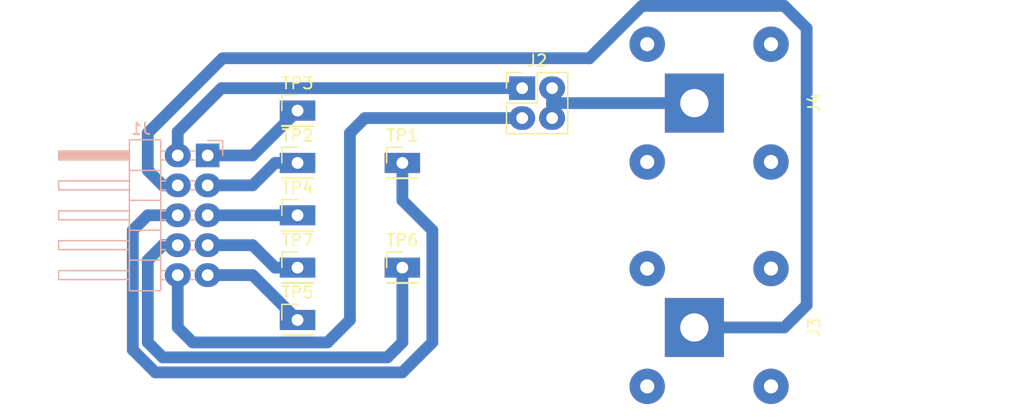
<source format=kicad_pcb>
(kicad_pcb (version 20171130) (host pcbnew "(5.1.8)-1")

  (general
    (thickness 1.6)
    (drawings 0)
    (tracks 52)
    (zones 0)
    (modules 11)
    (nets 12)
  )

  (page A4)
  (layers
    (0 F.Cu signal)
    (31 B.Cu signal)
    (32 B.Adhes user)
    (33 F.Adhes user)
    (34 B.Paste user)
    (35 F.Paste user)
    (36 B.SilkS user)
    (37 F.SilkS user)
    (38 B.Mask user)
    (39 F.Mask user)
    (40 Dwgs.User user)
    (41 Cmts.User user)
    (42 Eco1.User user)
    (43 Eco2.User user)
    (44 Edge.Cuts user)
    (45 Margin user)
    (46 B.CrtYd user)
    (47 F.CrtYd user)
    (48 B.Fab user)
    (49 F.Fab user)
  )

  (setup
    (last_trace_width 0.25)
    (user_trace_width 0.4)
    (user_trace_width 1)
    (user_trace_width 1.25)
    (trace_clearance 0.2)
    (zone_clearance 0.508)
    (zone_45_only no)
    (trace_min 0.2)
    (via_size 0.8)
    (via_drill 0.4)
    (via_min_size 0.4)
    (via_min_drill 0.3)
    (uvia_size 0.3)
    (uvia_drill 0.1)
    (uvias_allowed no)
    (uvia_min_size 0.2)
    (uvia_min_drill 0.1)
    (edge_width 0.05)
    (segment_width 0.2)
    (pcb_text_width 0.3)
    (pcb_text_size 1.5 1.5)
    (mod_edge_width 0.12)
    (mod_text_size 1 1)
    (mod_text_width 0.15)
    (pad_size 1.524 1.524)
    (pad_drill 0.762)
    (pad_to_mask_clearance 0)
    (aux_axis_origin 0 0)
    (grid_origin 200.66 55.88)
    (visible_elements 7FFFFFFF)
    (pcbplotparams
      (layerselection 0x010fc_ffffffff)
      (usegerberextensions false)
      (usegerberattributes true)
      (usegerberadvancedattributes true)
      (creategerberjobfile true)
      (excludeedgelayer true)
      (linewidth 0.100000)
      (plotframeref false)
      (viasonmask false)
      (mode 1)
      (useauxorigin false)
      (hpglpennumber 1)
      (hpglpenspeed 20)
      (hpglpendiameter 15.000000)
      (psnegative false)
      (psa4output false)
      (plotreference true)
      (plotvalue true)
      (plotinvisibletext false)
      (padsonsilk false)
      (subtractmaskfromsilk false)
      (outputformat 1)
      (mirror false)
      (drillshape 1)
      (scaleselection 1)
      (outputdirectory ""))
  )

  (net 0 "")
  (net 1 "Net-(J1-Pad10)")
  (net 2 "Net-(J1-Pad9)")
  (net 3 "Net-(J1-Pad8)")
  (net 4 "Net-(J1-Pad7)")
  (net 5 "Net-(J1-Pad6)")
  (net 6 "Net-(J1-Pad5)")
  (net 7 "Net-(J1-Pad4)")
  (net 8 "Net-(J1-Pad3)")
  (net 9 "Net-(J1-Pad2)")
  (net 10 "Net-(J1-Pad1)")
  (net 11 "Net-(J2-Pad2)")

  (net_class Default "This is the default net class."
    (clearance 0.2)
    (trace_width 0.25)
    (via_dia 0.8)
    (via_drill 0.4)
    (uvia_dia 0.3)
    (uvia_drill 0.1)
    (add_net "Net-(J1-Pad1)")
    (add_net "Net-(J1-Pad10)")
    (add_net "Net-(J1-Pad2)")
    (add_net "Net-(J1-Pad3)")
    (add_net "Net-(J1-Pad4)")
    (add_net "Net-(J1-Pad5)")
    (add_net "Net-(J1-Pad6)")
    (add_net "Net-(J1-Pad7)")
    (add_net "Net-(J1-Pad8)")
    (add_net "Net-(J1-Pad9)")
    (add_net "Net-(J2-Pad2)")
  )

  (module AR_Library:AR_AMASS_4mm_Horizontal (layer F.Cu) (tedit 604E74BD) (tstamp 604EE8C7)
    (at 211.455 53.34 270)
    (descr "Connector XT30 Horizontal PCB Male, https://www.tme.eu/en/Document/ce4077e36b79046da520ca73227e15de/XT30PW%20SPEC.pdf")
    (tags "RC Connector XT30")
    (path /605207C3)
    (fp_text reference J4 (at 0 -10.16 90) (layer F.SilkS)
      (effects (font (size 1 1) (thickness 0.15)))
    )
    (fp_text value Conn_01x01_Female (at 0 7.62 90) (layer F.Fab)
      (effects (font (size 1 1) (thickness 0.15)))
    )
    (fp_text user %R (at -2.5 -3 90) (layer F.Fab)
      (effects (font (size 1 1) (thickness 0.15)))
    )
    (fp_line (start -7.62 -27.94) (end 7.62 -27.94) (layer F.CrtYd) (width 0.05))
    (fp_line (start 7.62 -27.94) (end 7.62 6.35) (layer F.CrtYd) (width 0.05))
    (fp_line (start -7.62 6.35) (end 7.62 6.35) (layer F.CrtYd) (width 0.05))
    (fp_line (start -7.62 -27.94) (end -7.62 6.35) (layer F.CrtYd) (width 0.05))
    (pad "" thru_hole circle (at -5 -6.5 270) (size 3 3) (drill 1.2) (layers *.Cu *.Mask))
    (pad "" thru_hole circle (at 5 -6.5 270) (size 3 3) (drill 1.2) (layers *.Cu *.Mask))
    (pad "" thru_hole circle (at -5 4 270) (size 3 3) (drill 1.2) (layers *.Cu *.Mask))
    (pad 1 thru_hole rect (at 0 0 270) (size 5 5) (drill 2.4) (layers *.Cu *.Mask)
      (net 11 "Net-(J2-Pad2)"))
    (pad "" thru_hole circle (at 5 4 270) (size 3 3) (drill 1.2) (layers *.Cu *.Mask))
    (model ${KISYS3DMOD}/Connector_AMASS.3dshapes/AMASS_XT30PW-M_1x02_P2.50mm_Horizontal.wrl
      (at (xyz 0 0 0))
      (scale (xyz 1 1 1))
      (rotate (xyz 0 0 0))
    )
  )

  (module AR_Library:AR_AMASS_4mm_Horizontal (layer F.Cu) (tedit 604E74BD) (tstamp 604EE8B9)
    (at 211.455 72.39 270)
    (descr "Connector XT30 Horizontal PCB Male, https://www.tme.eu/en/Document/ce4077e36b79046da520ca73227e15de/XT30PW%20SPEC.pdf")
    (tags "RC Connector XT30")
    (path /605200EB)
    (fp_text reference J3 (at 0 -10.16 90) (layer F.SilkS)
      (effects (font (size 1 1) (thickness 0.15)))
    )
    (fp_text value Conn_01x01_Female (at 0 7.62 90) (layer F.Fab)
      (effects (font (size 1 1) (thickness 0.15)))
    )
    (fp_text user %R (at -2.5 -3 90) (layer F.Fab)
      (effects (font (size 1 1) (thickness 0.15)))
    )
    (fp_line (start -7.62 -27.94) (end 7.62 -27.94) (layer F.CrtYd) (width 0.05))
    (fp_line (start 7.62 -27.94) (end 7.62 6.35) (layer F.CrtYd) (width 0.05))
    (fp_line (start -7.62 6.35) (end 7.62 6.35) (layer F.CrtYd) (width 0.05))
    (fp_line (start -7.62 -27.94) (end -7.62 6.35) (layer F.CrtYd) (width 0.05))
    (pad "" thru_hole circle (at -5 -6.5 270) (size 3 3) (drill 1.2) (layers *.Cu *.Mask))
    (pad "" thru_hole circle (at 5 -6.5 270) (size 3 3) (drill 1.2) (layers *.Cu *.Mask))
    (pad "" thru_hole circle (at -5 4 270) (size 3 3) (drill 1.2) (layers *.Cu *.Mask))
    (pad 1 thru_hole rect (at 0 0 270) (size 5 5) (drill 2.4) (layers *.Cu *.Mask)
      (net 7 "Net-(J1-Pad4)"))
    (pad "" thru_hole circle (at 5 4 270) (size 3 3) (drill 1.2) (layers *.Cu *.Mask))
    (model ${KISYS3DMOD}/Connector_AMASS.3dshapes/AMASS_XT30PW-M_1x02_P2.50mm_Horizontal.wrl
      (at (xyz 0 0 0))
      (scale (xyz 1 1 1))
      (rotate (xyz 0 0 0))
    )
  )

  (module AR_Library:AR_PinHeader_1x01_P2.54mm_Vertical (layer F.Cu) (tedit 60192AC7) (tstamp 604F1C4D)
    (at 177.8 67.31)
    (descr "Through hole straight pin header, 1x01, 2.54mm pitch, single row")
    (tags "Through hole pin header THT 1x01 2.54mm single row")
    (path /606BD209)
    (fp_text reference TP7 (at 0 -2.33) (layer F.SilkS)
      (effects (font (size 1 1) (thickness 0.15)))
    )
    (fp_text value TestPoint (at 0 2.33) (layer F.Fab)
      (effects (font (size 1 1) (thickness 0.15)))
    )
    (fp_line (start -0.635 -1.27) (end 1.27 -1.27) (layer F.Fab) (width 0.1))
    (fp_line (start 1.27 -1.27) (end 1.27 1.27) (layer F.Fab) (width 0.1))
    (fp_line (start 1.27 1.27) (end -1.27 1.27) (layer F.Fab) (width 0.1))
    (fp_line (start -1.27 1.27) (end -1.27 -0.635) (layer F.Fab) (width 0.1))
    (fp_line (start -1.27 -0.635) (end -0.635 -1.27) (layer F.Fab) (width 0.1))
    (fp_line (start -1.33 1.33) (end 1.33 1.33) (layer F.SilkS) (width 0.12))
    (fp_line (start -1.33 1.27) (end -1.33 1.33) (layer F.SilkS) (width 0.12))
    (fp_line (start 1.33 1.27) (end 1.33 1.33) (layer F.SilkS) (width 0.12))
    (fp_line (start -1.33 1.27) (end 1.33 1.27) (layer F.SilkS) (width 0.12))
    (fp_line (start -1.33 0) (end -1.33 -1.33) (layer F.SilkS) (width 0.12))
    (fp_line (start -1.33 -1.33) (end 0 -1.33) (layer F.SilkS) (width 0.12))
    (fp_line (start -1.8 -1.8) (end -1.8 1.8) (layer F.CrtYd) (width 0.05))
    (fp_line (start -1.8 1.8) (end 1.8 1.8) (layer F.CrtYd) (width 0.05))
    (fp_line (start 1.8 1.8) (end 1.8 -1.8) (layer F.CrtYd) (width 0.05))
    (fp_line (start 1.8 -1.8) (end -1.8 -1.8) (layer F.CrtYd) (width 0.05))
    (fp_text user %R (at 0 0 90) (layer F.Fab)
      (effects (font (size 1 1) (thickness 0.15)))
    )
    (pad 1 thru_hole rect (at 0 0) (size 3 1.7) (drill 1) (layers *.Cu *.Mask)
      (net 4 "Net-(J1-Pad7)"))
    (model ${KISYS3DMOD}/Connector_PinHeader_2.54mm.3dshapes/PinHeader_1x01_P2.54mm_Vertical.wrl
      (at (xyz 0 0 0))
      (scale (xyz 1 1 1))
      (rotate (xyz 0 0 0))
    )
  )

  (module AR_Library:AR_PinHeader_1x01_P2.54mm_Vertical (layer F.Cu) (tedit 60192AC7) (tstamp 604F1C38)
    (at 186.69 67.31)
    (descr "Through hole straight pin header, 1x01, 2.54mm pitch, single row")
    (tags "Through hole pin header THT 1x01 2.54mm single row")
    (path /606BCF6D)
    (fp_text reference TP6 (at 0 -2.33) (layer F.SilkS)
      (effects (font (size 1 1) (thickness 0.15)))
    )
    (fp_text value TestPoint (at 0 2.33) (layer F.Fab)
      (effects (font (size 1 1) (thickness 0.15)))
    )
    (fp_line (start -0.635 -1.27) (end 1.27 -1.27) (layer F.Fab) (width 0.1))
    (fp_line (start 1.27 -1.27) (end 1.27 1.27) (layer F.Fab) (width 0.1))
    (fp_line (start 1.27 1.27) (end -1.27 1.27) (layer F.Fab) (width 0.1))
    (fp_line (start -1.27 1.27) (end -1.27 -0.635) (layer F.Fab) (width 0.1))
    (fp_line (start -1.27 -0.635) (end -0.635 -1.27) (layer F.Fab) (width 0.1))
    (fp_line (start -1.33 1.33) (end 1.33 1.33) (layer F.SilkS) (width 0.12))
    (fp_line (start -1.33 1.27) (end -1.33 1.33) (layer F.SilkS) (width 0.12))
    (fp_line (start 1.33 1.27) (end 1.33 1.33) (layer F.SilkS) (width 0.12))
    (fp_line (start -1.33 1.27) (end 1.33 1.27) (layer F.SilkS) (width 0.12))
    (fp_line (start -1.33 0) (end -1.33 -1.33) (layer F.SilkS) (width 0.12))
    (fp_line (start -1.33 -1.33) (end 0 -1.33) (layer F.SilkS) (width 0.12))
    (fp_line (start -1.8 -1.8) (end -1.8 1.8) (layer F.CrtYd) (width 0.05))
    (fp_line (start -1.8 1.8) (end 1.8 1.8) (layer F.CrtYd) (width 0.05))
    (fp_line (start 1.8 1.8) (end 1.8 -1.8) (layer F.CrtYd) (width 0.05))
    (fp_line (start 1.8 -1.8) (end -1.8 -1.8) (layer F.CrtYd) (width 0.05))
    (fp_text user %R (at 0 0 90) (layer F.Fab)
      (effects (font (size 1 1) (thickness 0.15)))
    )
    (pad 1 thru_hole rect (at 0 0) (size 3 1.7) (drill 1) (layers *.Cu *.Mask)
      (net 3 "Net-(J1-Pad8)"))
    (model ${KISYS3DMOD}/Connector_PinHeader_2.54mm.3dshapes/PinHeader_1x01_P2.54mm_Vertical.wrl
      (at (xyz 0 0 0))
      (scale (xyz 1 1 1))
      (rotate (xyz 0 0 0))
    )
  )

  (module AR_Library:AR_PinHeader_1x01_P2.54mm_Vertical (layer F.Cu) (tedit 60192AC7) (tstamp 604F1C23)
    (at 177.8 71.755)
    (descr "Through hole straight pin header, 1x01, 2.54mm pitch, single row")
    (tags "Through hole pin header THT 1x01 2.54mm single row")
    (path /606BBCA6)
    (fp_text reference TP5 (at 0 -2.33) (layer F.SilkS)
      (effects (font (size 1 1) (thickness 0.15)))
    )
    (fp_text value TestPoint (at 0 2.33) (layer F.Fab)
      (effects (font (size 1 1) (thickness 0.15)))
    )
    (fp_line (start -0.635 -1.27) (end 1.27 -1.27) (layer F.Fab) (width 0.1))
    (fp_line (start 1.27 -1.27) (end 1.27 1.27) (layer F.Fab) (width 0.1))
    (fp_line (start 1.27 1.27) (end -1.27 1.27) (layer F.Fab) (width 0.1))
    (fp_line (start -1.27 1.27) (end -1.27 -0.635) (layer F.Fab) (width 0.1))
    (fp_line (start -1.27 -0.635) (end -0.635 -1.27) (layer F.Fab) (width 0.1))
    (fp_line (start -1.33 1.33) (end 1.33 1.33) (layer F.SilkS) (width 0.12))
    (fp_line (start -1.33 1.27) (end -1.33 1.33) (layer F.SilkS) (width 0.12))
    (fp_line (start 1.33 1.27) (end 1.33 1.33) (layer F.SilkS) (width 0.12))
    (fp_line (start -1.33 1.27) (end 1.33 1.27) (layer F.SilkS) (width 0.12))
    (fp_line (start -1.33 0) (end -1.33 -1.33) (layer F.SilkS) (width 0.12))
    (fp_line (start -1.33 -1.33) (end 0 -1.33) (layer F.SilkS) (width 0.12))
    (fp_line (start -1.8 -1.8) (end -1.8 1.8) (layer F.CrtYd) (width 0.05))
    (fp_line (start -1.8 1.8) (end 1.8 1.8) (layer F.CrtYd) (width 0.05))
    (fp_line (start 1.8 1.8) (end 1.8 -1.8) (layer F.CrtYd) (width 0.05))
    (fp_line (start 1.8 -1.8) (end -1.8 -1.8) (layer F.CrtYd) (width 0.05))
    (fp_text user %R (at 0 0 90) (layer F.Fab)
      (effects (font (size 1 1) (thickness 0.15)))
    )
    (pad 1 thru_hole rect (at 0 0) (size 3 1.7) (drill 1) (layers *.Cu *.Mask)
      (net 2 "Net-(J1-Pad9)"))
    (model ${KISYS3DMOD}/Connector_PinHeader_2.54mm.3dshapes/PinHeader_1x01_P2.54mm_Vertical.wrl
      (at (xyz 0 0 0))
      (scale (xyz 1 1 1))
      (rotate (xyz 0 0 0))
    )
  )

  (module AR_Library:AR_PinHeader_1x01_P2.54mm_Vertical (layer F.Cu) (tedit 60192AC7) (tstamp 604F1C0E)
    (at 177.8 62.865)
    (descr "Through hole straight pin header, 1x01, 2.54mm pitch, single row")
    (tags "Through hole pin header THT 1x01 2.54mm single row")
    (path /606BD50E)
    (fp_text reference TP4 (at 0 -2.33) (layer F.SilkS)
      (effects (font (size 1 1) (thickness 0.15)))
    )
    (fp_text value TestPoint (at 0 2.33) (layer F.Fab)
      (effects (font (size 1 1) (thickness 0.15)))
    )
    (fp_line (start -0.635 -1.27) (end 1.27 -1.27) (layer F.Fab) (width 0.1))
    (fp_line (start 1.27 -1.27) (end 1.27 1.27) (layer F.Fab) (width 0.1))
    (fp_line (start 1.27 1.27) (end -1.27 1.27) (layer F.Fab) (width 0.1))
    (fp_line (start -1.27 1.27) (end -1.27 -0.635) (layer F.Fab) (width 0.1))
    (fp_line (start -1.27 -0.635) (end -0.635 -1.27) (layer F.Fab) (width 0.1))
    (fp_line (start -1.33 1.33) (end 1.33 1.33) (layer F.SilkS) (width 0.12))
    (fp_line (start -1.33 1.27) (end -1.33 1.33) (layer F.SilkS) (width 0.12))
    (fp_line (start 1.33 1.27) (end 1.33 1.33) (layer F.SilkS) (width 0.12))
    (fp_line (start -1.33 1.27) (end 1.33 1.27) (layer F.SilkS) (width 0.12))
    (fp_line (start -1.33 0) (end -1.33 -1.33) (layer F.SilkS) (width 0.12))
    (fp_line (start -1.33 -1.33) (end 0 -1.33) (layer F.SilkS) (width 0.12))
    (fp_line (start -1.8 -1.8) (end -1.8 1.8) (layer F.CrtYd) (width 0.05))
    (fp_line (start -1.8 1.8) (end 1.8 1.8) (layer F.CrtYd) (width 0.05))
    (fp_line (start 1.8 1.8) (end 1.8 -1.8) (layer F.CrtYd) (width 0.05))
    (fp_line (start 1.8 -1.8) (end -1.8 -1.8) (layer F.CrtYd) (width 0.05))
    (fp_text user %R (at 0 0 90) (layer F.Fab)
      (effects (font (size 1 1) (thickness 0.15)))
    )
    (pad 1 thru_hole rect (at 0 0) (size 3 1.7) (drill 1) (layers *.Cu *.Mask)
      (net 6 "Net-(J1-Pad5)"))
    (model ${KISYS3DMOD}/Connector_PinHeader_2.54mm.3dshapes/PinHeader_1x01_P2.54mm_Vertical.wrl
      (at (xyz 0 0 0))
      (scale (xyz 1 1 1))
      (rotate (xyz 0 0 0))
    )
  )

  (module AR_Library:AR_PinHeader_1x01_P2.54mm_Vertical (layer F.Cu) (tedit 60192AC7) (tstamp 604F1BF9)
    (at 177.8 53.975)
    (descr "Through hole straight pin header, 1x01, 2.54mm pitch, single row")
    (tags "Through hole pin header THT 1x01 2.54mm single row")
    (path /606BD7FA)
    (fp_text reference TP3 (at 0 -2.33) (layer F.SilkS)
      (effects (font (size 1 1) (thickness 0.15)))
    )
    (fp_text value TestPoint (at 0 2.33) (layer F.Fab)
      (effects (font (size 1 1) (thickness 0.15)))
    )
    (fp_line (start -0.635 -1.27) (end 1.27 -1.27) (layer F.Fab) (width 0.1))
    (fp_line (start 1.27 -1.27) (end 1.27 1.27) (layer F.Fab) (width 0.1))
    (fp_line (start 1.27 1.27) (end -1.27 1.27) (layer F.Fab) (width 0.1))
    (fp_line (start -1.27 1.27) (end -1.27 -0.635) (layer F.Fab) (width 0.1))
    (fp_line (start -1.27 -0.635) (end -0.635 -1.27) (layer F.Fab) (width 0.1))
    (fp_line (start -1.33 1.33) (end 1.33 1.33) (layer F.SilkS) (width 0.12))
    (fp_line (start -1.33 1.27) (end -1.33 1.33) (layer F.SilkS) (width 0.12))
    (fp_line (start 1.33 1.27) (end 1.33 1.33) (layer F.SilkS) (width 0.12))
    (fp_line (start -1.33 1.27) (end 1.33 1.27) (layer F.SilkS) (width 0.12))
    (fp_line (start -1.33 0) (end -1.33 -1.33) (layer F.SilkS) (width 0.12))
    (fp_line (start -1.33 -1.33) (end 0 -1.33) (layer F.SilkS) (width 0.12))
    (fp_line (start -1.8 -1.8) (end -1.8 1.8) (layer F.CrtYd) (width 0.05))
    (fp_line (start -1.8 1.8) (end 1.8 1.8) (layer F.CrtYd) (width 0.05))
    (fp_line (start 1.8 1.8) (end 1.8 -1.8) (layer F.CrtYd) (width 0.05))
    (fp_line (start 1.8 -1.8) (end -1.8 -1.8) (layer F.CrtYd) (width 0.05))
    (fp_text user %R (at 0 0 90) (layer F.Fab)
      (effects (font (size 1 1) (thickness 0.15)))
    )
    (pad 1 thru_hole rect (at 0 0) (size 3 1.7) (drill 1) (layers *.Cu *.Mask)
      (net 10 "Net-(J1-Pad1)"))
    (model ${KISYS3DMOD}/Connector_PinHeader_2.54mm.3dshapes/PinHeader_1x01_P2.54mm_Vertical.wrl
      (at (xyz 0 0 0))
      (scale (xyz 1 1 1))
      (rotate (xyz 0 0 0))
    )
  )

  (module AR_Library:AR_PinHeader_1x01_P2.54mm_Vertical (layer F.Cu) (tedit 60192AC7) (tstamp 604F1BE4)
    (at 177.8 58.42)
    (descr "Through hole straight pin header, 1x01, 2.54mm pitch, single row")
    (tags "Through hole pin header THT 1x01 2.54mm single row")
    (path /606BD9A1)
    (fp_text reference TP2 (at 0 -2.33) (layer F.SilkS)
      (effects (font (size 1 1) (thickness 0.15)))
    )
    (fp_text value TestPoint (at 0 2.33) (layer F.Fab)
      (effects (font (size 1 1) (thickness 0.15)))
    )
    (fp_line (start -0.635 -1.27) (end 1.27 -1.27) (layer F.Fab) (width 0.1))
    (fp_line (start 1.27 -1.27) (end 1.27 1.27) (layer F.Fab) (width 0.1))
    (fp_line (start 1.27 1.27) (end -1.27 1.27) (layer F.Fab) (width 0.1))
    (fp_line (start -1.27 1.27) (end -1.27 -0.635) (layer F.Fab) (width 0.1))
    (fp_line (start -1.27 -0.635) (end -0.635 -1.27) (layer F.Fab) (width 0.1))
    (fp_line (start -1.33 1.33) (end 1.33 1.33) (layer F.SilkS) (width 0.12))
    (fp_line (start -1.33 1.27) (end -1.33 1.33) (layer F.SilkS) (width 0.12))
    (fp_line (start 1.33 1.27) (end 1.33 1.33) (layer F.SilkS) (width 0.12))
    (fp_line (start -1.33 1.27) (end 1.33 1.27) (layer F.SilkS) (width 0.12))
    (fp_line (start -1.33 0) (end -1.33 -1.33) (layer F.SilkS) (width 0.12))
    (fp_line (start -1.33 -1.33) (end 0 -1.33) (layer F.SilkS) (width 0.12))
    (fp_line (start -1.8 -1.8) (end -1.8 1.8) (layer F.CrtYd) (width 0.05))
    (fp_line (start -1.8 1.8) (end 1.8 1.8) (layer F.CrtYd) (width 0.05))
    (fp_line (start 1.8 1.8) (end 1.8 -1.8) (layer F.CrtYd) (width 0.05))
    (fp_line (start 1.8 -1.8) (end -1.8 -1.8) (layer F.CrtYd) (width 0.05))
    (fp_text user %R (at 0 0 90) (layer F.Fab)
      (effects (font (size 1 1) (thickness 0.15)))
    )
    (pad 1 thru_hole rect (at 0 0) (size 3 1.7) (drill 1) (layers *.Cu *.Mask)
      (net 8 "Net-(J1-Pad3)"))
    (model ${KISYS3DMOD}/Connector_PinHeader_2.54mm.3dshapes/PinHeader_1x01_P2.54mm_Vertical.wrl
      (at (xyz 0 0 0))
      (scale (xyz 1 1 1))
      (rotate (xyz 0 0 0))
    )
  )

  (module AR_Library:AR_PinHeader_1x01_P2.54mm_Vertical (layer F.Cu) (tedit 60192AC7) (tstamp 604F1BCF)
    (at 186.69 58.42)
    (descr "Through hole straight pin header, 1x01, 2.54mm pitch, single row")
    (tags "Through hole pin header THT 1x01 2.54mm single row")
    (path /606BDBEA)
    (fp_text reference TP1 (at 0 -2.33) (layer F.SilkS)
      (effects (font (size 1 1) (thickness 0.15)))
    )
    (fp_text value TestPoint (at 0 2.33) (layer F.Fab)
      (effects (font (size 1 1) (thickness 0.15)))
    )
    (fp_line (start -0.635 -1.27) (end 1.27 -1.27) (layer F.Fab) (width 0.1))
    (fp_line (start 1.27 -1.27) (end 1.27 1.27) (layer F.Fab) (width 0.1))
    (fp_line (start 1.27 1.27) (end -1.27 1.27) (layer F.Fab) (width 0.1))
    (fp_line (start -1.27 1.27) (end -1.27 -0.635) (layer F.Fab) (width 0.1))
    (fp_line (start -1.27 -0.635) (end -0.635 -1.27) (layer F.Fab) (width 0.1))
    (fp_line (start -1.33 1.33) (end 1.33 1.33) (layer F.SilkS) (width 0.12))
    (fp_line (start -1.33 1.27) (end -1.33 1.33) (layer F.SilkS) (width 0.12))
    (fp_line (start 1.33 1.27) (end 1.33 1.33) (layer F.SilkS) (width 0.12))
    (fp_line (start -1.33 1.27) (end 1.33 1.27) (layer F.SilkS) (width 0.12))
    (fp_line (start -1.33 0) (end -1.33 -1.33) (layer F.SilkS) (width 0.12))
    (fp_line (start -1.33 -1.33) (end 0 -1.33) (layer F.SilkS) (width 0.12))
    (fp_line (start -1.8 -1.8) (end -1.8 1.8) (layer F.CrtYd) (width 0.05))
    (fp_line (start -1.8 1.8) (end 1.8 1.8) (layer F.CrtYd) (width 0.05))
    (fp_line (start 1.8 1.8) (end 1.8 -1.8) (layer F.CrtYd) (width 0.05))
    (fp_line (start 1.8 -1.8) (end -1.8 -1.8) (layer F.CrtYd) (width 0.05))
    (fp_text user %R (at -2.54 -2.12 90) (layer F.Fab)
      (effects (font (size 1 1) (thickness 0.15)))
    )
    (pad 1 thru_hole rect (at 0 0) (size 3 1.7) (drill 1) (layers *.Cu *.Mask)
      (net 5 "Net-(J1-Pad6)"))
    (model ${KISYS3DMOD}/Connector_PinHeader_2.54mm.3dshapes/PinHeader_1x01_P2.54mm_Vertical.wrl
      (at (xyz 0 0 0))
      (scale (xyz 1 1 1))
      (rotate (xyz 0 0 0))
    )
  )

  (module AR_Library:AR_PinHeader_2x02_P2.54mm_Vertical (layer F.Cu) (tedit 604E487D) (tstamp 604F1BA0)
    (at 196.85 52.07)
    (descr "Through hole straight pin header, 2x02, 2.54mm pitch, double rows")
    (tags "Through hole pin header THT 2x02 2.54mm double row")
    (path /606BA561)
    (fp_text reference J2 (at 1.27 -2.33) (layer F.SilkS)
      (effects (font (size 1 1) (thickness 0.15)))
    )
    (fp_text value Conn_02x02_Odd_Even (at 1.27 4.87) (layer F.Fab)
      (effects (font (size 1 1) (thickness 0.15)))
    )
    (fp_line (start 0 -1.27) (end 3.81 -1.27) (layer F.Fab) (width 0.1))
    (fp_line (start 3.81 -1.27) (end 3.81 3.81) (layer F.Fab) (width 0.1))
    (fp_line (start 3.81 3.81) (end -1.27 3.81) (layer F.Fab) (width 0.1))
    (fp_line (start -1.27 3.81) (end -1.27 0) (layer F.Fab) (width 0.1))
    (fp_line (start -1.27 0) (end 0 -1.27) (layer F.Fab) (width 0.1))
    (fp_line (start -1.33 3.87) (end 3.87 3.87) (layer F.SilkS) (width 0.12))
    (fp_line (start -1.33 1.27) (end -1.33 3.87) (layer F.SilkS) (width 0.12))
    (fp_line (start 3.87 -1.33) (end 3.87 3.87) (layer F.SilkS) (width 0.12))
    (fp_line (start -1.33 1.27) (end 1.27 1.27) (layer F.SilkS) (width 0.12))
    (fp_line (start 1.27 1.27) (end 1.27 -1.33) (layer F.SilkS) (width 0.12))
    (fp_line (start 1.27 -1.33) (end 3.87 -1.33) (layer F.SilkS) (width 0.12))
    (fp_line (start -1.33 0) (end -1.33 -1.33) (layer F.SilkS) (width 0.12))
    (fp_line (start -1.33 -1.33) (end 0 -1.33) (layer F.SilkS) (width 0.12))
    (fp_line (start -1.8 -1.8) (end -1.8 4.35) (layer F.CrtYd) (width 0.05))
    (fp_line (start -1.8 4.35) (end 4.35 4.35) (layer F.CrtYd) (width 0.05))
    (fp_line (start 4.35 4.35) (end 4.35 -1.8) (layer F.CrtYd) (width 0.05))
    (fp_line (start 4.35 -1.8) (end -1.8 -1.8) (layer F.CrtYd) (width 0.05))
    (fp_text user %R (at 1.27 1.27 90) (layer F.Fab)
      (effects (font (size 1 1) (thickness 0.15)))
    )
    (pad 4 thru_hole oval (at 2.54 2.54) (size 2.2 2) (drill 1) (layers *.Cu *.Mask)
      (net 11 "Net-(J2-Pad2)"))
    (pad 3 thru_hole oval (at 0 2.54) (size 2.2 2) (drill 1) (layers *.Cu *.Mask)
      (net 1 "Net-(J1-Pad10)"))
    (pad 2 thru_hole oval (at 2.54 0) (size 2.2 2) (drill 1) (layers *.Cu *.Mask)
      (net 11 "Net-(J2-Pad2)"))
    (pad 1 thru_hole rect (at 0 0) (size 2.2 2) (drill 1) (layers *.Cu *.Mask)
      (net 9 "Net-(J1-Pad2)"))
    (model ${KISYS3DMOD}/Connector_PinHeader_2.54mm.3dshapes/PinHeader_2x02_P2.54mm_Vertical.wrl
      (at (xyz 0 0 0))
      (scale (xyz 1 1 1))
      (rotate (xyz 0 0 0))
    )
  )

  (module AR_Library:AR_PinHeader_2x05_P2.54mm_Horizontal (layer B.Cu) (tedit 604E2281) (tstamp 604EA4C1)
    (at 170.18 57.785 180)
    (descr "Through hole angled pin header, 2x05, 2.54mm pitch, 6mm pin length, double rows")
    (tags "Through hole angled pin header THT 2x05 2.54mm double row")
    (path /604E2220)
    (fp_text reference J1 (at 5.655 2.27) (layer B.SilkS)
      (effects (font (size 1 1) (thickness 0.15)) (justify mirror))
    )
    (fp_text value Conn_02x05_Counter_Clockwise (at 5.655 -12.43) (layer B.Fab)
      (effects (font (size 1 1) (thickness 0.15)) (justify mirror))
    )
    (fp_line (start 4.675 1.27) (end 6.58 1.27) (layer B.Fab) (width 0.1))
    (fp_line (start 6.58 1.27) (end 6.58 -11.43) (layer B.Fab) (width 0.1))
    (fp_line (start 6.58 -11.43) (end 4.04 -11.43) (layer B.Fab) (width 0.1))
    (fp_line (start 4.04 -11.43) (end 4.04 0.635) (layer B.Fab) (width 0.1))
    (fp_line (start 4.04 0.635) (end 4.675 1.27) (layer B.Fab) (width 0.1))
    (fp_line (start -0.32 0.32) (end 4.04 0.32) (layer B.Fab) (width 0.1))
    (fp_line (start -0.32 0.32) (end -0.32 -0.32) (layer B.Fab) (width 0.1))
    (fp_line (start -0.32 -0.32) (end 4.04 -0.32) (layer B.Fab) (width 0.1))
    (fp_line (start 6.58 0.32) (end 12.58 0.32) (layer B.Fab) (width 0.1))
    (fp_line (start 12.58 0.32) (end 12.58 -0.32) (layer B.Fab) (width 0.1))
    (fp_line (start 6.58 -0.32) (end 12.58 -0.32) (layer B.Fab) (width 0.1))
    (fp_line (start -0.32 -2.22) (end 4.04 -2.22) (layer B.Fab) (width 0.1))
    (fp_line (start -0.32 -2.22) (end -0.32 -2.86) (layer B.Fab) (width 0.1))
    (fp_line (start -0.32 -2.86) (end 4.04 -2.86) (layer B.Fab) (width 0.1))
    (fp_line (start 6.58 -2.22) (end 12.58 -2.22) (layer B.Fab) (width 0.1))
    (fp_line (start 12.58 -2.22) (end 12.58 -2.86) (layer B.Fab) (width 0.1))
    (fp_line (start 6.58 -2.86) (end 12.58 -2.86) (layer B.Fab) (width 0.1))
    (fp_line (start -0.32 -4.76) (end 4.04 -4.76) (layer B.Fab) (width 0.1))
    (fp_line (start -0.32 -4.76) (end -0.32 -5.4) (layer B.Fab) (width 0.1))
    (fp_line (start -0.32 -5.4) (end 4.04 -5.4) (layer B.Fab) (width 0.1))
    (fp_line (start 6.58 -4.76) (end 12.58 -4.76) (layer B.Fab) (width 0.1))
    (fp_line (start 12.58 -4.76) (end 12.58 -5.4) (layer B.Fab) (width 0.1))
    (fp_line (start 6.58 -5.4) (end 12.58 -5.4) (layer B.Fab) (width 0.1))
    (fp_line (start -0.32 -7.3) (end 4.04 -7.3) (layer B.Fab) (width 0.1))
    (fp_line (start -0.32 -7.3) (end -0.32 -7.94) (layer B.Fab) (width 0.1))
    (fp_line (start -0.32 -7.94) (end 4.04 -7.94) (layer B.Fab) (width 0.1))
    (fp_line (start 6.58 -7.3) (end 12.58 -7.3) (layer B.Fab) (width 0.1))
    (fp_line (start 12.58 -7.3) (end 12.58 -7.94) (layer B.Fab) (width 0.1))
    (fp_line (start 6.58 -7.94) (end 12.58 -7.94) (layer B.Fab) (width 0.1))
    (fp_line (start -0.32 -9.84) (end 4.04 -9.84) (layer B.Fab) (width 0.1))
    (fp_line (start -0.32 -9.84) (end -0.32 -10.48) (layer B.Fab) (width 0.1))
    (fp_line (start -0.32 -10.48) (end 4.04 -10.48) (layer B.Fab) (width 0.1))
    (fp_line (start 6.58 -9.84) (end 12.58 -9.84) (layer B.Fab) (width 0.1))
    (fp_line (start 12.58 -9.84) (end 12.58 -10.48) (layer B.Fab) (width 0.1))
    (fp_line (start 6.58 -10.48) (end 12.58 -10.48) (layer B.Fab) (width 0.1))
    (fp_line (start 3.98 1.33) (end 3.98 -11.49) (layer B.SilkS) (width 0.12))
    (fp_line (start 3.98 -11.49) (end 6.64 -11.49) (layer B.SilkS) (width 0.12))
    (fp_line (start 6.64 -11.49) (end 6.64 1.33) (layer B.SilkS) (width 0.12))
    (fp_line (start 6.64 1.33) (end 3.98 1.33) (layer B.SilkS) (width 0.12))
    (fp_line (start 6.64 0.38) (end 12.64 0.38) (layer B.SilkS) (width 0.12))
    (fp_line (start 12.64 0.38) (end 12.64 -0.38) (layer B.SilkS) (width 0.12))
    (fp_line (start 12.64 -0.38) (end 6.64 -0.38) (layer B.SilkS) (width 0.12))
    (fp_line (start 6.64 0.32) (end 12.64 0.32) (layer B.SilkS) (width 0.12))
    (fp_line (start 6.64 0.2) (end 12.64 0.2) (layer B.SilkS) (width 0.12))
    (fp_line (start 6.64 0.08) (end 12.64 0.08) (layer B.SilkS) (width 0.12))
    (fp_line (start 6.64 -0.04) (end 12.64 -0.04) (layer B.SilkS) (width 0.12))
    (fp_line (start 6.64 -0.16) (end 12.64 -0.16) (layer B.SilkS) (width 0.12))
    (fp_line (start 6.64 -0.28) (end 12.64 -0.28) (layer B.SilkS) (width 0.12))
    (fp_line (start 3.582929 0.38) (end 3.98 0.38) (layer B.SilkS) (width 0.12))
    (fp_line (start 3.582929 -0.38) (end 3.98 -0.38) (layer B.SilkS) (width 0.12))
    (fp_line (start 1.11 0.38) (end 1.497071 0.38) (layer B.SilkS) (width 0.12))
    (fp_line (start 1.11 -0.38) (end 1.497071 -0.38) (layer B.SilkS) (width 0.12))
    (fp_line (start 3.98 -1.27) (end 6.64 -1.27) (layer B.SilkS) (width 0.12))
    (fp_line (start 6.64 -2.16) (end 12.64 -2.16) (layer B.SilkS) (width 0.12))
    (fp_line (start 12.64 -2.16) (end 12.64 -2.92) (layer B.SilkS) (width 0.12))
    (fp_line (start 12.64 -2.92) (end 6.64 -2.92) (layer B.SilkS) (width 0.12))
    (fp_line (start 3.582929 -2.16) (end 3.98 -2.16) (layer B.SilkS) (width 0.12))
    (fp_line (start 3.582929 -2.92) (end 3.98 -2.92) (layer B.SilkS) (width 0.12))
    (fp_line (start 1.042929 -2.16) (end 1.497071 -2.16) (layer B.SilkS) (width 0.12))
    (fp_line (start 1.042929 -2.92) (end 1.497071 -2.92) (layer B.SilkS) (width 0.12))
    (fp_line (start 3.98 -3.81) (end 6.64 -3.81) (layer B.SilkS) (width 0.12))
    (fp_line (start 6.64 -4.7) (end 12.64 -4.7) (layer B.SilkS) (width 0.12))
    (fp_line (start 12.64 -4.7) (end 12.64 -5.46) (layer B.SilkS) (width 0.12))
    (fp_line (start 12.64 -5.46) (end 6.64 -5.46) (layer B.SilkS) (width 0.12))
    (fp_line (start 3.582929 -4.7) (end 3.98 -4.7) (layer B.SilkS) (width 0.12))
    (fp_line (start 3.582929 -5.46) (end 3.98 -5.46) (layer B.SilkS) (width 0.12))
    (fp_line (start 1.042929 -4.7) (end 1.497071 -4.7) (layer B.SilkS) (width 0.12))
    (fp_line (start 1.042929 -5.46) (end 1.497071 -5.46) (layer B.SilkS) (width 0.12))
    (fp_line (start 3.98 -6.35) (end 6.64 -6.35) (layer B.SilkS) (width 0.12))
    (fp_line (start 6.64 -7.24) (end 12.64 -7.24) (layer B.SilkS) (width 0.12))
    (fp_line (start 12.64 -7.24) (end 12.64 -8) (layer B.SilkS) (width 0.12))
    (fp_line (start 12.64 -8) (end 6.64 -8) (layer B.SilkS) (width 0.12))
    (fp_line (start 3.582929 -7.24) (end 3.98 -7.24) (layer B.SilkS) (width 0.12))
    (fp_line (start 3.582929 -8) (end 3.98 -8) (layer B.SilkS) (width 0.12))
    (fp_line (start 1.042929 -7.24) (end 1.497071 -7.24) (layer B.SilkS) (width 0.12))
    (fp_line (start 1.042929 -8) (end 1.497071 -8) (layer B.SilkS) (width 0.12))
    (fp_line (start 3.98 -8.89) (end 6.64 -8.89) (layer B.SilkS) (width 0.12))
    (fp_line (start 6.64 -9.78) (end 12.64 -9.78) (layer B.SilkS) (width 0.12))
    (fp_line (start 12.64 -9.78) (end 12.64 -10.54) (layer B.SilkS) (width 0.12))
    (fp_line (start 12.64 -10.54) (end 6.64 -10.54) (layer B.SilkS) (width 0.12))
    (fp_line (start 3.582929 -9.78) (end 3.98 -9.78) (layer B.SilkS) (width 0.12))
    (fp_line (start 3.582929 -10.54) (end 3.98 -10.54) (layer B.SilkS) (width 0.12))
    (fp_line (start 1.042929 -9.78) (end 1.497071 -9.78) (layer B.SilkS) (width 0.12))
    (fp_line (start 1.042929 -10.54) (end 1.497071 -10.54) (layer B.SilkS) (width 0.12))
    (fp_line (start -1.27 0) (end -1.27 1.27) (layer B.SilkS) (width 0.12))
    (fp_line (start -1.27 1.27) (end 0 1.27) (layer B.SilkS) (width 0.12))
    (fp_line (start -1.8 1.8) (end -1.8 -11.95) (layer B.CrtYd) (width 0.05))
    (fp_line (start -1.8 -11.95) (end 13.1 -11.95) (layer B.CrtYd) (width 0.05))
    (fp_line (start 13.1 -11.95) (end 13.1 1.8) (layer B.CrtYd) (width 0.05))
    (fp_line (start 13.1 1.8) (end -1.8 1.8) (layer B.CrtYd) (width 0.05))
    (fp_text user %R (at 5.31 -5.08 -90) (layer B.Fab)
      (effects (font (size 1 1) (thickness 0.15)) (justify mirror))
    )
    (pad 10 thru_hole oval (at 2.54 -10.16 180) (size 2.2 2) (drill 1) (layers *.Cu *.Mask)
      (net 1 "Net-(J1-Pad10)"))
    (pad 9 thru_hole oval (at 0 -10.16 180) (size 2.2 2) (drill 1) (layers *.Cu *.Mask)
      (net 2 "Net-(J1-Pad9)"))
    (pad 8 thru_hole oval (at 2.54 -7.62 180) (size 2.2 2) (drill 1) (layers *.Cu *.Mask)
      (net 3 "Net-(J1-Pad8)"))
    (pad 7 thru_hole oval (at 0 -7.62 180) (size 2.2 2) (drill 1) (layers *.Cu *.Mask)
      (net 4 "Net-(J1-Pad7)"))
    (pad 6 thru_hole oval (at 2.54 -5.08 180) (size 2.2 2) (drill 1) (layers *.Cu *.Mask)
      (net 5 "Net-(J1-Pad6)"))
    (pad 5 thru_hole oval (at 0 -5.08 180) (size 2.2 2) (drill 1) (layers *.Cu *.Mask)
      (net 6 "Net-(J1-Pad5)"))
    (pad 4 thru_hole oval (at 2.54 -2.54 180) (size 2.2 2) (drill 1) (layers *.Cu *.Mask)
      (net 7 "Net-(J1-Pad4)"))
    (pad 3 thru_hole oval (at 0 -2.54 180) (size 2.2 2) (drill 1) (layers *.Cu *.Mask)
      (net 8 "Net-(J1-Pad3)"))
    (pad 2 thru_hole oval (at 2.54 0 180) (size 2.2 2) (drill 1) (layers *.Cu *.Mask)
      (net 9 "Net-(J1-Pad2)"))
    (pad 1 thru_hole rect (at 0 0 180) (size 2 2) (drill 1) (layers *.Cu *.Mask)
      (net 10 "Net-(J1-Pad1)"))
    (model ${KISYS3DMOD}/Connector_PinHeader_2.54mm.3dshapes/PinHeader_2x05_P2.54mm_Horizontal.wrl
      (at (xyz 0 0 0))
      (scale (xyz 1 1 1))
      (rotate (xyz 0 0 0))
    )
  )

  (segment (start 167.64 67.945) (end 167.64 72.39) (width 1) (layer B.Cu) (net 1))
  (segment (start 167.64 72.39) (end 168.91 73.66) (width 1) (layer B.Cu) (net 1))
  (segment (start 168.91 73.66) (end 180.34 73.66) (width 1) (layer B.Cu) (net 1))
  (segment (start 180.34 73.66) (end 182.245 71.755) (width 1) (layer B.Cu) (net 1))
  (segment (start 182.245 71.755) (end 182.245 55.88) (width 1) (layer B.Cu) (net 1))
  (segment (start 182.245 55.88) (end 183.515 54.61) (width 1) (layer B.Cu) (net 1))
  (segment (start 183.515 54.61) (end 196.85 54.61) (width 1) (layer B.Cu) (net 1))
  (segment (start 173.99 67.945) (end 177.8 71.755) (width 1) (layer B.Cu) (net 2))
  (segment (start 170.18 67.945) (end 173.99 67.945) (width 1) (layer B.Cu) (net 2))
  (segment (start 186.69 73.66) (end 186.69 67.31) (width 1) (layer B.Cu) (net 3))
  (segment (start 185.42 74.93) (end 186.69 73.66) (width 1) (layer B.Cu) (net 3))
  (segment (start 166.37 74.93) (end 185.42 74.93) (width 1) (layer B.Cu) (net 3))
  (segment (start 165.1 73.66) (end 166.37 74.93) (width 1) (layer B.Cu) (net 3))
  (segment (start 165.1 66.675) (end 165.1 73.66) (width 1) (layer B.Cu) (net 3))
  (segment (start 166.37 65.405) (end 165.1 66.675) (width 1) (layer B.Cu) (net 3))
  (segment (start 167.64 65.405) (end 166.37 65.405) (width 1) (layer B.Cu) (net 3))
  (segment (start 170.18 65.405) (end 173.99 65.405) (width 1) (layer B.Cu) (net 4))
  (segment (start 173.99 65.405) (end 175.895 67.31) (width 1) (layer B.Cu) (net 4))
  (segment (start 175.895 67.31) (end 177.8 67.31) (width 1) (layer B.Cu) (net 4))
  (segment (start 186.69 61.595) (end 186.69 58.42) (width 1) (layer B.Cu) (net 5))
  (segment (start 189.23 73.66) (end 189.23 64.135) (width 1) (layer B.Cu) (net 5))
  (segment (start 189.23 64.135) (end 186.69 61.595) (width 1) (layer B.Cu) (net 5))
  (segment (start 186.69 76.2) (end 189.23 73.66) (width 1) (layer B.Cu) (net 5))
  (segment (start 165.735 76.2) (end 186.69 76.2) (width 1) (layer B.Cu) (net 5))
  (segment (start 163.83 74.295) (end 165.735 76.2) (width 1) (layer B.Cu) (net 5))
  (segment (start 163.83 64.135) (end 163.83 74.295) (width 1) (layer B.Cu) (net 5))
  (segment (start 165.1 62.865) (end 163.83 64.135) (width 1) (layer B.Cu) (net 5))
  (segment (start 167.64 62.865) (end 165.1 62.865) (width 1) (layer B.Cu) (net 5))
  (segment (start 170.18 62.865) (end 177.8 62.865) (width 1) (layer B.Cu) (net 6))
  (segment (start 210.82 73.66) (end 212.09 72.39) (width 1.25) (layer B.Cu) (net 7))
  (segment (start 219.075 72.39) (end 212.09 72.39) (width 1) (layer B.Cu) (net 7))
  (segment (start 220.98 70.485) (end 219.075 72.39) (width 1) (layer B.Cu) (net 7))
  (segment (start 220.98 46.99) (end 220.98 70.485) (width 1) (layer B.Cu) (net 7))
  (segment (start 207.01 45.085) (end 219.075 45.085) (width 1) (layer B.Cu) (net 7))
  (segment (start 202.565 49.53) (end 207.01 45.085) (width 1) (layer B.Cu) (net 7))
  (segment (start 219.075 45.085) (end 220.98 46.99) (width 1) (layer B.Cu) (net 7))
  (segment (start 165.1 59.055) (end 165.1 55.88) (width 1) (layer B.Cu) (net 7))
  (segment (start 171.45 49.53) (end 202.565 49.53) (width 1) (layer B.Cu) (net 7))
  (segment (start 166.37 60.325) (end 165.1 59.055) (width 1) (layer B.Cu) (net 7))
  (segment (start 165.1 55.88) (end 171.45 49.53) (width 1) (layer B.Cu) (net 7))
  (segment (start 167.64 60.325) (end 166.37 60.325) (width 1) (layer B.Cu) (net 7))
  (segment (start 170.18 60.325) (end 173.99 60.325) (width 1) (layer B.Cu) (net 8))
  (segment (start 173.99 60.325) (end 175.895 58.42) (width 1) (layer B.Cu) (net 8))
  (segment (start 175.895 58.42) (end 177.8 58.42) (width 1) (layer B.Cu) (net 8))
  (segment (start 167.64 55.785) (end 171.355 52.07) (width 1) (layer B.Cu) (net 9))
  (segment (start 171.355 52.07) (end 196.85 52.07) (width 1) (layer B.Cu) (net 9))
  (segment (start 167.64 57.785) (end 167.64 55.785) (width 1) (layer B.Cu) (net 9))
  (segment (start 173.99 57.785) (end 177.8 53.975) (width 1) (layer B.Cu) (net 10))
  (segment (start 170.18 57.785) (end 173.99 57.785) (width 1) (layer B.Cu) (net 10))
  (segment (start 212.09 53.34) (end 199.39 53.34) (width 1) (layer B.Cu) (net 11))
  (segment (start 199.39 53.34) (end 199.39 54.61) (width 1) (layer B.Cu) (net 11))
  (segment (start 199.39 52.07) (end 199.39 53.34) (width 1) (layer B.Cu) (net 11))

)

</source>
